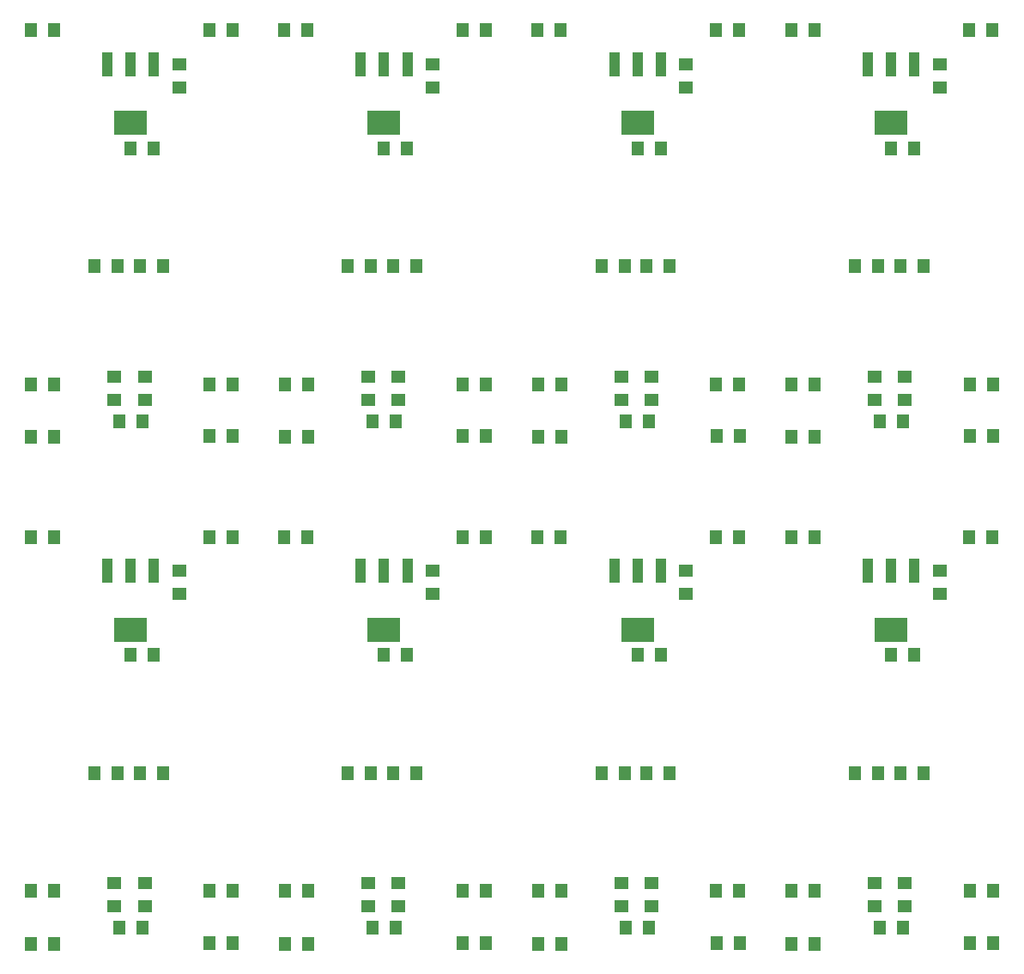
<source format=gbp>
G04*
G04 #@! TF.GenerationSoftware,Altium Limited,Altium Designer,18.1.6 (161)*
G04*
G04 Layer_Color=128*
%FSLAX25Y25*%
%MOIN*%
G70*
G01*
G75*
%ADD10R,0.05500X0.05000*%
%ADD11R,0.05000X0.05500*%
%ADD29R,0.03937X0.09449*%
%ADD30R,0.12992X0.09449*%
D10*
X54724Y47583D02*
D03*
Y38583D02*
D03*
X42913D02*
D03*
Y47583D02*
D03*
X68110Y159898D02*
D03*
Y168898D02*
D03*
X153150Y47583D02*
D03*
Y38583D02*
D03*
X141339D02*
D03*
Y47583D02*
D03*
X166535Y159898D02*
D03*
Y168898D02*
D03*
X251575Y47583D02*
D03*
Y38583D02*
D03*
X239764D02*
D03*
Y47583D02*
D03*
X264961Y159898D02*
D03*
Y168898D02*
D03*
X350000Y47583D02*
D03*
Y38583D02*
D03*
X338189D02*
D03*
Y47583D02*
D03*
X363386Y159898D02*
D03*
Y168898D02*
D03*
X54724Y244433D02*
D03*
Y235433D02*
D03*
X42913D02*
D03*
Y244433D02*
D03*
X68110Y356748D02*
D03*
Y365748D02*
D03*
X153150Y244433D02*
D03*
Y235433D02*
D03*
X141339D02*
D03*
Y244433D02*
D03*
X166535Y356748D02*
D03*
Y365748D02*
D03*
X251575Y244433D02*
D03*
Y235433D02*
D03*
X239764D02*
D03*
Y244433D02*
D03*
X264961Y356748D02*
D03*
Y365748D02*
D03*
X350000Y244433D02*
D03*
Y235433D02*
D03*
X338189D02*
D03*
Y244433D02*
D03*
X363386Y356748D02*
D03*
Y365748D02*
D03*
D11*
X79700Y182100D02*
D03*
X88700D02*
D03*
X52800Y90400D02*
D03*
X61800D02*
D03*
X35200D02*
D03*
X44200D02*
D03*
X10600Y44600D02*
D03*
X19600D02*
D03*
X10600Y24100D02*
D03*
X19600D02*
D03*
X44763Y30315D02*
D03*
X53763D02*
D03*
X88900Y24400D02*
D03*
X79900D02*
D03*
X88800Y44600D02*
D03*
X79800D02*
D03*
X19474Y182059D02*
D03*
X10474D02*
D03*
X58213Y136221D02*
D03*
X49213D02*
D03*
X178125Y182100D02*
D03*
X187125D02*
D03*
X151225Y90400D02*
D03*
X160225D02*
D03*
X133625D02*
D03*
X142625D02*
D03*
X109025Y44600D02*
D03*
X118025D02*
D03*
X109025Y24100D02*
D03*
X118025D02*
D03*
X143188Y30315D02*
D03*
X152188D02*
D03*
X187325Y24400D02*
D03*
X178325D02*
D03*
X187225Y44600D02*
D03*
X178225D02*
D03*
X117899Y182059D02*
D03*
X108899D02*
D03*
X156638Y136221D02*
D03*
X147638D02*
D03*
X276550Y182100D02*
D03*
X285550D02*
D03*
X249650Y90400D02*
D03*
X258650D02*
D03*
X232050D02*
D03*
X241050D02*
D03*
X207450Y44600D02*
D03*
X216450D02*
D03*
X207450Y24100D02*
D03*
X216450D02*
D03*
X241613Y30315D02*
D03*
X250613D02*
D03*
X285750Y24400D02*
D03*
X276750D02*
D03*
X285650Y44600D02*
D03*
X276650D02*
D03*
X216324Y182059D02*
D03*
X207324D02*
D03*
X255063Y136221D02*
D03*
X246063D02*
D03*
X374976Y182100D02*
D03*
X383976D02*
D03*
X348076Y90400D02*
D03*
X357076D02*
D03*
X330476D02*
D03*
X339476D02*
D03*
X305876Y44600D02*
D03*
X314876D02*
D03*
X305876Y24100D02*
D03*
X314876D02*
D03*
X340038Y30315D02*
D03*
X349038D02*
D03*
X384176Y24400D02*
D03*
X375176D02*
D03*
X384076Y44600D02*
D03*
X375076D02*
D03*
X314749Y182059D02*
D03*
X305749D02*
D03*
X353488Y136221D02*
D03*
X344488D02*
D03*
X79700Y378950D02*
D03*
X88700D02*
D03*
X52800Y287250D02*
D03*
X61800D02*
D03*
X35200D02*
D03*
X44200D02*
D03*
X10600Y241450D02*
D03*
X19600D02*
D03*
X10600Y220950D02*
D03*
X19600D02*
D03*
X44763Y227165D02*
D03*
X53763D02*
D03*
X88900Y221250D02*
D03*
X79900D02*
D03*
X88800Y241450D02*
D03*
X79800D02*
D03*
X19474Y378909D02*
D03*
X10474D02*
D03*
X58213Y333071D02*
D03*
X49213D02*
D03*
X178125Y378950D02*
D03*
X187125D02*
D03*
X151225Y287250D02*
D03*
X160225D02*
D03*
X133625D02*
D03*
X142625D02*
D03*
X109025Y241450D02*
D03*
X118025D02*
D03*
X109025Y220950D02*
D03*
X118025D02*
D03*
X143188Y227165D02*
D03*
X152188D02*
D03*
X187325Y221250D02*
D03*
X178325D02*
D03*
X187225Y241450D02*
D03*
X178225D02*
D03*
X117899Y378909D02*
D03*
X108899D02*
D03*
X156638Y333071D02*
D03*
X147638D02*
D03*
X276550Y378950D02*
D03*
X285550D02*
D03*
X249650Y287250D02*
D03*
X258650D02*
D03*
X232050D02*
D03*
X241050D02*
D03*
X207450Y241450D02*
D03*
X216450D02*
D03*
X207450Y220950D02*
D03*
X216450D02*
D03*
X241613Y227165D02*
D03*
X250613D02*
D03*
X285750Y221250D02*
D03*
X276750D02*
D03*
X285650Y241450D02*
D03*
X276650D02*
D03*
X216324Y378909D02*
D03*
X207324D02*
D03*
X255063Y333071D02*
D03*
X246063D02*
D03*
X374976Y378950D02*
D03*
X383976D02*
D03*
X348076Y287250D02*
D03*
X357076D02*
D03*
X330476D02*
D03*
X339476D02*
D03*
X305876Y241450D02*
D03*
X314876D02*
D03*
X305876Y220950D02*
D03*
X314876D02*
D03*
X340038Y227165D02*
D03*
X349038D02*
D03*
X384176Y221250D02*
D03*
X375176D02*
D03*
X384076Y241450D02*
D03*
X375076D02*
D03*
X314749Y378909D02*
D03*
X305749D02*
D03*
X353488Y333071D02*
D03*
X344488D02*
D03*
D29*
X40157Y168898D02*
D03*
X49213D02*
D03*
X58268D02*
D03*
X138583D02*
D03*
X147638D02*
D03*
X156693D02*
D03*
X237008D02*
D03*
X246063D02*
D03*
X255118D02*
D03*
X335433D02*
D03*
X344488D02*
D03*
X353543D02*
D03*
X40157Y365748D02*
D03*
X49213D02*
D03*
X58268D02*
D03*
X138583D02*
D03*
X147638D02*
D03*
X156693D02*
D03*
X237008D02*
D03*
X246063D02*
D03*
X255118D02*
D03*
X335433D02*
D03*
X344488D02*
D03*
X353543D02*
D03*
D30*
X49213Y146063D02*
D03*
X147638D02*
D03*
X246063D02*
D03*
X344488D02*
D03*
X49213Y342913D02*
D03*
X147638D02*
D03*
X246063D02*
D03*
X344488D02*
D03*
M02*

</source>
